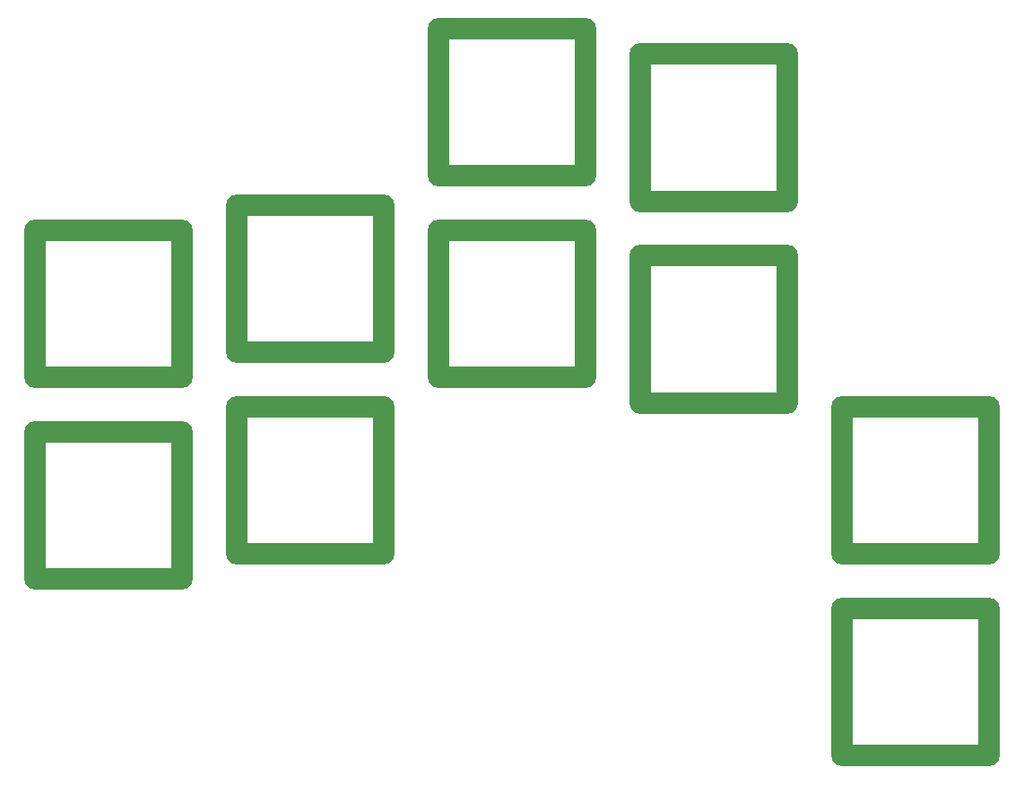
<source format=gbr>
%TF.GenerationSoftware,KiCad,Pcbnew,7.0.9*%
%TF.CreationDate,2023-11-17T20:14:56+09:00*%
%TF.ProjectId,Assemble,41737365-6d62-46c6-952e-6b696361645f,rev?*%
%TF.SameCoordinates,Original*%
%TF.FileFunction,Copper,L2,Bot*%
%TF.FilePolarity,Positive*%
%FSLAX46Y46*%
G04 Gerber Fmt 4.6, Leading zero omitted, Abs format (unit mm)*
G04 Created by KiCad (PCBNEW 7.0.9) date 2023-11-17 20:14:56*
%MOMM*%
%LPD*%
G01*
G04 APERTURE LIST*
%TA.AperFunction,ComponentPad*%
%ADD10O,2.000000X15.900000*%
%TD*%
%TA.AperFunction,ComponentPad*%
%ADD11O,15.900000X2.000000*%
%TD*%
G04 APERTURE END LIST*
D10*
%TO.P,SW1,1,1*%
%TO.N,Col0*%
X24006250Y-138112500D03*
D11*
X30956250Y-131162500D03*
X30956250Y-145062500D03*
D10*
X37906250Y-138112500D03*
%TD*%
%TO.P,SW6,1,1*%
%TO.N,Col2*%
X62106250Y-138112500D03*
D11*
X69056250Y-131162500D03*
X69056250Y-145062500D03*
D10*
X76006250Y-138112500D03*
%TD*%
%TO.P,SW3,1,1*%
%TO.N,Col1*%
X43056250Y-135731250D03*
D11*
X50006250Y-128781250D03*
X50006250Y-142681250D03*
D10*
X56956250Y-135731250D03*
%TD*%
%TO.P,SW2,1,1*%
%TO.N,Col0*%
X24006250Y-157162500D03*
D11*
X30956250Y-150212500D03*
X30956250Y-164112500D03*
D10*
X37906250Y-157162500D03*
%TD*%
%TO.P,SW7,1,1*%
%TO.N,Col3*%
X81156250Y-121443750D03*
D11*
X88106250Y-114493750D03*
X88106250Y-128393750D03*
D10*
X95056250Y-121443750D03*
%TD*%
%TO.P,SW9,1,1*%
%TO.N,Col4*%
X100206250Y-154781250D03*
D11*
X107156250Y-147831250D03*
X107156250Y-161731250D03*
D10*
X114106250Y-154781250D03*
%TD*%
%TO.P,SW4,1,1*%
%TO.N,Col1*%
X43056250Y-154781250D03*
D11*
X50006250Y-147831250D03*
X50006250Y-161731250D03*
D10*
X56956250Y-154781250D03*
%TD*%
%TO.P,SW8,1,1*%
%TO.N,Col3*%
X81156250Y-140493750D03*
D11*
X88106250Y-133543750D03*
X88106250Y-147443750D03*
D10*
X95056250Y-140493750D03*
%TD*%
%TO.P,SW10,1,1*%
%TO.N,Col4*%
X100206250Y-173831250D03*
D11*
X107156250Y-166881250D03*
X107156250Y-180781250D03*
D10*
X114106250Y-173831250D03*
%TD*%
%TO.P,SW5,1,1*%
%TO.N,Col2*%
X62106250Y-119062500D03*
D11*
X69056250Y-112112500D03*
X69056250Y-126012500D03*
D10*
X76006250Y-119062500D03*
%TD*%
M02*

</source>
